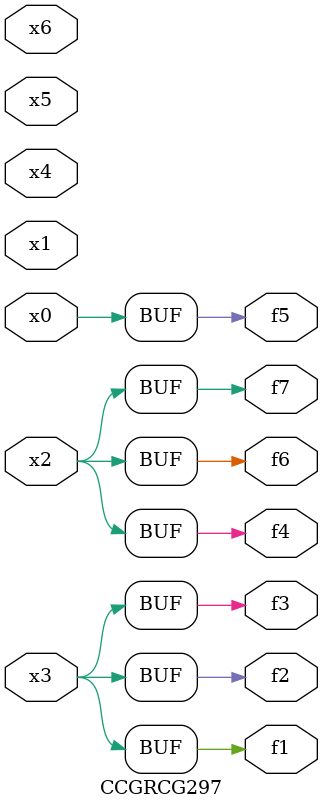
<source format=v>
module CCGRCG297(
	input x0, x1, x2, x3, x4, x5, x6,
	output f1, f2, f3, f4, f5, f6, f7
);
	assign f1 = x3;
	assign f2 = x3;
	assign f3 = x3;
	assign f4 = x2;
	assign f5 = x0;
	assign f6 = x2;
	assign f7 = x2;
endmodule

</source>
